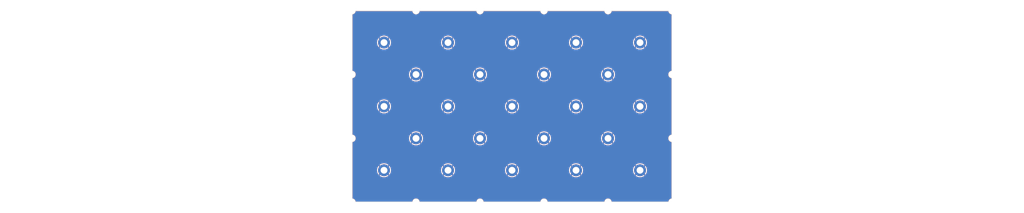
<source format=kicad_pcb>
(kicad_pcb (version 20211014) (generator pcbnew)
  (layers (0 "F.Cu" signal) (31 "B.Cu" signal) (34 "B.Paste" user) (35 "F.Paste" user) (36 "B.SilkS" user "B.Silkscreen") (37 "F.SilkS" user "F.Silkscreen") (38 "B.Mask" user) (39 "F.Mask" user) (44 "Edge.Cuts" user))
  (net 0 "")
  (net 1 "GND")
  (footprint "" (layer "F.Cu") (at 140 95)
    (fp_text reference "" (at 0 0) (layer "F.SilkS") (effects (font (size 1.27 1.27))))
    (fp_text value "" (at 0 0) (layer "F.SilkS") (effects (font (size 1.27 1.27))))
    (pad "1" thru_hole circle (at 0 0) (size 5.6 5.6) (drill 3.2) (layers *.Cu *.Mask) (net 1 "GND"))
  )
  (footprint "" (layer "F.Cu") (at 95 110)
    (fp_text reference "" (at 0 0) (layer "F.SilkS") (effects (font (size 1.27 1.27))))
    (fp_text value "" (at 0 0) (layer "F.SilkS") (effects (font (size 1.27 1.27))))
    (pad "1" thru_hole circle (at 0 0) (size 5.6 5.6) (drill 3.2) (layers *.Cu *.Mask) (net 1 "GND"))
  )
  (footprint "" (layer "F.Cu") (at 170 125)
    (fp_text reference "" (at 0 0) (layer "F.SilkS") (effects (font (size 1.27 1.27))))
    (fp_text value "" (at 0 0) (layer "F.SilkS") (effects (font (size 1.27 1.27))))
    (pad "1" thru_hole circle (at 0 0) (size 5.6 5.6) (drill 3.2) (layers *.Cu *.Mask) (net 1 "GND"))
  )
  (footprint "" (layer "F.Cu") (at 200 95)
    (fp_text reference "" (at 0 0) (layer "F.SilkS") (effects (font (size 1.27 1.27))))
    (fp_text value "" (at 0 0) (layer "F.SilkS") (effects (font (size 1.27 1.27))))
    (pad "1" thru_hole circle (at 0 0) (size 5.6 5.6) (drill 3.2) (layers *.Cu *.Mask) (net 1 "GND"))
  )
  (footprint "" (layer "F.Cu") (at 170 65)
    (fp_text reference "" (at 0 0) (layer "F.SilkS") (effects (font (size 1.27 1.27))))
    (fp_text value "" (at 0 0) (layer "F.SilkS") (effects (font (size 1.27 1.27))))
    (pad "1" thru_hole circle (at 0 0) (size 5.6 5.6) (drill 3.2) (layers *.Cu *.Mask) (net 1 "GND"))
  )
  (footprint "" (layer "F.Cu") (at 140 125)
    (fp_text reference "" (at 0 0) (layer "F.SilkS") (effects (font (size 1.27 1.27))))
    (fp_text value "" (at 0 0) (layer "F.SilkS") (effects (font (size 1.27 1.27))))
    (pad "1" thru_hole circle (at 0 0) (size 5.6 5.6) (drill 3.2) (layers *.Cu *.Mask) (net 1 "GND"))
  )
  (footprint "" (layer "F.Cu") (at 95 80)
    (fp_text reference "" (at 0 0) (layer "F.SilkS") (effects (font (size 1.27 1.27))))
    (fp_text value "" (at 0 0) (layer "F.SilkS") (effects (font (size 1.27 1.27))))
    (pad "1" thru_hole circle (at 0 0) (size 5.6 5.6) (drill 3.2) (layers *.Cu *.Mask) (net 1 "GND"))
  )
  (footprint "" (layer "F.Cu") (at 80 125)
    (fp_text reference "" (at -20 0) (layer "F.SilkS") (effects (font (size 1.27 1.27))))
    (fp_text value "" (at -20 0) (layer "F.SilkS") (effects (font (size 1.27 1.27))))
    (pad "1" thru_hole circle (at 0 0) (size 5.6 5.6) (drill 3.2) (layers *.Cu *.Mask) (net 1 "GND"))
  )
  (footprint "" (layer "F.Cu") (at 125 80)
    (fp_text reference "" (at 0 0) (layer "F.SilkS") (effects (font (size 1.27 1.27))))
    (fp_text value "" (at 0 0) (layer "F.SilkS") (effects (font (size 1.27 1.27))))
    (pad "1" thru_hole circle (at 0 0) (size 5.6 5.6) (drill 3.2) (layers *.Cu *.Mask) (net 1 "GND"))
  )
  (footprint "" (layer "F.Cu") (at 155 80)
    (fp_text reference "" (at 0 0) (layer "F.SilkS") (effects (font (size 1.27 1.27))))
    (fp_text value "" (at 0 0) (layer "F.SilkS") (effects (font (size 1.27 1.27))))
    (pad "1" thru_hole circle (at 0 0) (size 5.6 5.6) (drill 3.2) (layers *.Cu *.Mask) (net 1 "GND"))
  )
  (footprint "" (layer "F.Cu") (at 80 95)
    (fp_text reference "" (at -20 0) (layer "F.SilkS") (effects (font (size 1.27 1.27))))
    (fp_text value "" (at -20 0) (layer "F.SilkS") (effects (font (size 1.27 1.27))))
    (pad "1" thru_hole circle (at 0 0) (size 5.6 5.6) (drill 3.2) (layers *.Cu *.Mask) (net 1 "GND"))
  )
  (footprint "" (layer "F.Cu") (at 80 65)
    (fp_text reference "" (at -20 0) (layer "F.SilkS") (effects (font (size 1.27 1.27))))
    (fp_text value "" (at -20 0) (layer "F.SilkS") (effects (font (size 1.27 1.27))))
    (pad "1" thru_hole circle (at 0 0) (size 5.6 5.6) (drill 3.2) (layers *.Cu *.Mask) (net 1 "GND"))
  )
  (footprint "" (layer "F.Cu") (at 185 80)
    (fp_text reference "" (at 0 0) (layer "F.SilkS") (effects (font (size 1.27 1.27))))
    (fp_text value "" (at 0 0) (layer "F.SilkS") (effects (font (size 1.27 1.27))))
    (pad "1" thru_hole circle (at 0 0) (size 5.6 5.6) (drill 3.2) (layers *.Cu *.Mask) (net 1 "GND"))
  )
  (footprint "" (layer "F.Cu") (at 125 110)
    (fp_text reference "" (at 0 0) (layer "F.SilkS") (effects (font (size 1.27 1.27))))
    (fp_text value "" (at 0 0) (layer "F.SilkS") (effects (font (size 1.27 1.27))))
    (pad "1" thru_hole circle (at 0 0) (size 5.6 5.6) (drill 3.2) (layers *.Cu *.Mask) (net 1 "GND"))
  )
  (footprint "" (layer "F.Cu") (at 200 65)
    (fp_text reference "" (at 0 0) (layer "F.SilkS") (effects (font (size 1.27 1.27))))
    (fp_text value "" (at 0 0) (layer "F.SilkS") (effects (font (size 1.27 1.27))))
    (pad "1" thru_hole circle (at 0 0) (size 5.6 5.6) (drill 3.2) (layers *.Cu *.Mask) (net 1 "GND"))
  )
  (footprint "" (layer "F.Cu") (at 170 95)
    (fp_text reference "" (at 0 0) (layer "F.SilkS") (effects (font (size 1.27 1.27))))
    (fp_text value "" (at 0 0) (layer "F.SilkS") (effects (font (size 1.27 1.27))))
    (pad "1" thru_hole circle (at 0 0) (size 5.6 5.6) (drill 3.2) (layers *.Cu *.Mask) (net 1 "GND"))
  )
  (footprint "" (layer "F.Cu") (at 185 110)
    (fp_text reference "" (at 0 0) (layer "F.SilkS") (effects (font (size 1.27 1.27))))
    (fp_text value "" (at 0 0) (layer "F.SilkS") (effects (font (size 1.27 1.27))))
    (pad "1" thru_hole circle (at 0 0) (size 5.6 5.6) (drill 3.2) (layers *.Cu *.Mask) (net 1 "GND"))
  )
  (footprint "" (layer "F.Cu") (at 200 125)
    (fp_text reference "" (at 0 0) (layer "F.SilkS") (effects (font (size 1.27 1.27))))
    (fp_text value "" (at 0 0) (layer "F.SilkS") (effects (font (size 1.27 1.27))))
    (pad "1" thru_hole circle (at 0 0) (size 5.6 5.6) (drill 3.2) (layers *.Cu *.Mask) (net 1 "GND"))
  )
  (footprint "" (layer "F.Cu") (at 110 65)
    (fp_text reference "" (at 0 0) (layer "F.SilkS") (effects (font (size 1.27 1.27))))
    (fp_text value "" (at 0 0) (layer "F.SilkS") (effects (font (size 1.27 1.27))))
    (pad "1" thru_hole circle (at 0 0) (size 5.6 5.6) (drill 3.2) (layers *.Cu *.Mask) (net 1 "GND"))
  )
  (footprint "" (layer "F.Cu") (at 110 95)
    (fp_text reference "" (at 0 0) (layer "F.SilkS") (effects (font (size 1.27 1.27))))
    (fp_text value "" (at 0 0) (layer "F.SilkS") (effects (font (size 1.27 1.27))))
    (pad "1" thru_hole circle (at 0 0) (size 5.6 5.6) (drill 3.2) (layers *.Cu *.Mask) (net 1 "GND"))
  )
  (footprint "" (layer "F.Cu") (at 110 125)
    (fp_text reference "" (at 0 0) (layer "F.SilkS") (effects (font (size 1.27 1.27))))
    (fp_text value "" (at 0 0) (layer "F.SilkS") (effects (font (size 1.27 1.27))))
    (pad "1" thru_hole circle (at 0 0) (size 5.6 5.6) (drill 3.2) (layers *.Cu *.Mask) (net 1 "GND"))
  )
  (footprint "" (layer "F.Cu") (at 140 65)
    (fp_text reference "" (at 0 0) (layer "F.SilkS") (effects (font (size 1.27 1.27))))
    (fp_text value "" (at 0 0) (layer "F.SilkS") (effects (font (size 1.27 1.27))))
    (pad "1" thru_hole circle (at 0 0) (size 5.6 5.6) (drill 3.2) (layers *.Cu *.Mask) (net 1 "GND"))
  )
  (footprint "" (layer "F.Cu") (at 155 110)
    (fp_text reference "" (at 0 0) (layer "F.SilkS") (effects (font (size 1.27 1.27))))
    (fp_text value "" (at 0 0) (layer "F.SilkS") (effects (font (size 1.27 1.27))))
    (pad "1" thru_hole circle (at 0 0) (size 5.6 5.6) (drill 3.2) (layers *.Cu *.Mask) (net 1 "GND"))
  )
  (gr_line (start 66.6 139.9) (end 93.4 139.900275) (layer "Edge.Cuts") (width 0.1))
  (gr_arc (start 65.1 138.388233) (mid 66.136701 138.859647) (end 66.6 139.9) (layer "Edge.Cuts") (width 0.1))
  (gr_arc (start 213.4 139.900275) (mid 213.863213 138.859751) (end 214.9 138.388233) (layer "Edge.Cuts") (width 0.1))
  (gr_line (start 213.4 139.900275) (end 186.6 139.900275) (layer "Edge.Cuts") (width 0.1))
  (gr_line (start 156.6 50.100137) (end 183.4 50.100137) (layer "Edge.Cuts") (width 0.1))
  (gr_line (start 126.6 50.100137) (end 153.4 50.100137) (layer "Edge.Cuts") (width 0.1))
  (gr_line (start 65.1 81.6) (end 65.1 108.4) (layer "Edge.Cuts") (width 0.1))
  (gr_line (start 66.6 50.1) (end 93.4 50.100275) (layer "Edge.Cuts") (width 0.1))
  (gr_line (start 214.9 78.4) (end 214.9 51.611767) (layer "Edge.Cuts") (width 0.1))
  (gr_line (start 214.9 138.388233) (end 214.9 111.6) (layer "Edge.Cuts") (width 0.1))
  (gr_arc (start 183.4 139.900275) (mid 185 138.396062) (end 186.6 139.900275) (layer "Edge.Cuts") (width 0.1))
  (gr_arc (start 153.4 139.900275) (mid 155 138.396063) (end 156.6 139.900275) (layer "Edge.Cuts") (width 0.1))
  (gr_arc (start 65.1 108.4) (mid 66.603955 110) (end 65.1 111.6) (layer "Edge.Cuts") (width 0.1))
  (gr_arc (start 156.6 50.100137) (mid 155 51.603351) (end 153.4 50.100137) (layer "Edge.Cuts") (width 0.1))
  (gr_arc (start 214.9 51.611767) (mid 213.863343 51.140404) (end 213.4 50.100137) (layer "Edge.Cuts") (width 0.1))
  (gr_line (start 186.6 50.100137) (end 213.4 50.100137) (layer "Edge.Cuts") (width 0.1))
  (gr_arc (start 126.6 50.100137) (mid 125 51.603352) (end 123.4 50.100137) (layer "Edge.Cuts") (width 0.1))
  (gr_arc (start 66.6 50.1) (mid 66.136695 51.140347) (end 65.1 51.611767) (layer "Edge.Cuts") (width 0.1))
  (gr_arc (start 93.4 139.900275) (mid 95 138.396063) (end 96.6 139.900275) (layer "Edge.Cuts") (width 0.1))
  (gr_line (start 214.9 108.4) (end 214.9 81.6) (layer "Edge.Cuts") (width 0.1))
  (gr_line (start 96.6 50.099862) (end 123.4 50.100137) (layer "Edge.Cuts") (width 0.1))
  (gr_line (start 153.4 139.900275) (end 126.6 139.901057) (layer "Edge.Cuts") (width 0.1))
  (gr_line (start 65.1 51.611767) (end 65.1 78.4) (layer "Edge.Cuts") (width 0.1))
  (gr_line (start 65.1 111.6) (end 65.1 138.388233) (layer "Edge.Cuts") (width 0.1))
  (gr_line (start 123.4 139.901057) (end 96.6 139.900275) (layer "Edge.Cuts") (width 0.1))
  (gr_arc (start 123.4 139.901057) (mid 125 138.396845) (end 126.6 139.901057) (layer "Edge.Cuts") (width 0.1))
  (gr_arc (start 96.6 50.099862) (mid 95.000194 51.603089) (end 93.4 50.100275) (layer "Edge.Cuts") (width 0.1))
  (gr_arc (start 186.6 50.100137) (mid 185 51.603351) (end 183.4 50.100137) (layer "Edge.Cuts") (width 0.1))
  (gr_arc (start 214.9 111.6) (mid 213.396045 110) (end 214.9 108.4) (layer "Edge.Cuts") (width 0.1))
  (gr_arc (start 214.9 81.6) (mid 213.396045 80) (end 214.9 78.4) (layer "Edge.Cuts") (width 0.1))
  (gr_arc (start 65.1 78.4) (mid 66.603955 80) (end 65.1 81.6) (layer "Edge.Cuts") (width 0.1))
  (gr_line (start 183.4 139.900275) (end 156.6 139.900275) (layer "Edge.Cuts") (width 0.1))
  (zone (net 1) (net_name "GND") (layers F&B.Cu) (connect_pads (clearance 0.2)) (min_thickness 0.2) (fill yes (thermal_gap 0.508) (thermal_bridge_width 0.508))
    (polygon (pts (xy 380 45) (xy 380 145) (xy -100 145) (xy -100 45)))
  )
)
</source>
